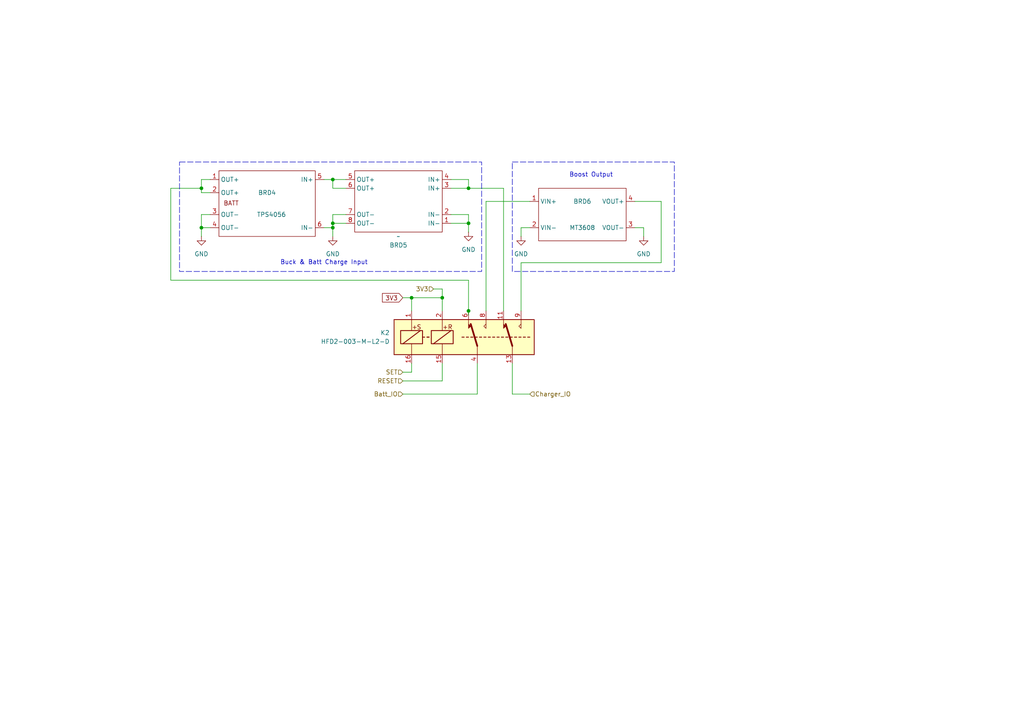
<source format=kicad_sch>
(kicad_sch (version 20250114) (generator "eeschema") (generator_version "9.0")
  (paper "A4")
  (lib_symbols
    (symbol "power:GND" (power) (pin_numbers (hide yes)) (pin_names (offset 0) (hide yes))
      (property "Value" "GND" (at 0 -3.81 0))
      (symbol "GND_0_1"
        (polyline (pts (xy 0 0) (xy 0 -1.27) (xy 1.27 -1.27) (xy 0 -2.54) (xy -1.27 -1.27) (xy 0 -1.27)))
      )
      (symbol "GND_1_1"
        (pin power_in line (at 0 0 270) (length 0) (name "~") (number "1"))
      )
    )
    (symbol "stimatofali:HFD2/003-M-L2-D" (in_bom no)
      (property "Reference" "K" (at -1.27 -2.794 0))
      (property "Value" "HFD2-003-M-L2-D" (at 0.254 19.304 0))
      (symbol "HFD2/003-M-L2-D_1_1"
        (rectangle (start -20.32 5.08) (end 20.32 -5.08) (stroke (width 0.254)) (fill (type background)))
        (rectangle (start -18.415 1.905) (end -12.065 -1.905) (stroke (width 0.254)))
        (polyline (pts (xy -17.78 -1.905) (xy -12.7 1.905)) (stroke (width 0.254)))
        (polyline (pts (xy -15.24 5.08) (xy -15.24 1.905)))
        (polyline (pts (xy -15.24 -5.08) (xy -15.24 -1.905)))
        (polyline (pts (xy -12.065 0) (xy -11.43 0)) (stroke (width 0.254)))
        (polyline (pts (xy -10.795 0) (xy -10.16 0)) (stroke (width 0.254)))
        (polyline (pts (xy -10.795 0) (xy -10.16 0)) (stroke (width 0.254)))
        (rectangle (start -9.525 1.905) (end -3.175 -1.905) (stroke (width 0.254)))
        (polyline (pts (xy -8.89 -1.905) (xy -3.81 1.905)) (stroke (width 0.254)))
        (polyline (pts (xy -6.35 5.08) (xy -6.35 1.905)))
        (polyline (pts (xy -6.35 -5.08) (xy -6.35 -1.905)))
        (polyline (pts (xy -0.635 0) (xy 0 0)) (stroke (width 0.254)))
        (polyline (pts (xy 0.635 0) (xy 1.27 0)) (stroke (width 0.254)))
        (polyline (pts (xy 1.27 5.08) (xy 1.27 2.54) (xy 1.905 3.175) (xy 1.27 3.81)) (fill (type outline)))
        (polyline (pts (xy 1.905 0) (xy 2.54 0)) (stroke (width 0.254)))
        (polyline (pts (xy 3.175 0) (xy 3.81 0)) (stroke (width 0.254)))
        (polyline (pts (xy 3.81 -2.54) (xy 1.905 3.81)) (stroke (width 0.508)))
        (polyline (pts (xy 3.81 -2.54) (xy 3.81 -5.08)))
        (polyline (pts (xy 4.445 0) (xy 5.08 0)) (stroke (width 0.254)))
        (polyline (pts (xy 5.715 0) (xy 6.35 0)) (stroke (width 0.254)))
        (polyline (pts (xy 6.35 5.08) (xy 6.35 2.54) (xy 5.715 3.175) (xy 6.35 3.81)))
        (polyline (pts (xy 6.985 0) (xy 7.62 0)) (stroke (width 0.254)))
        (polyline (pts (xy 8.255 0) (xy 8.89 0)) (stroke (width 0.254)))
        (polyline (pts (xy 9.525 0) (xy 10.16 0)) (stroke (width 0.254)))
        (polyline (pts (xy 10.795 0) (xy 11.43 0)) (stroke (width 0.254)))
        (polyline (pts (xy 11.43 5.08) (xy 11.43 2.54) (xy 12.065 3.175) (xy 11.43 3.81)) (fill (type outline)))
        (polyline (pts (xy 12.065 0) (xy 12.7 0)) (stroke (width 0.254)))
        (polyline (pts (xy 13.335 0) (xy 13.97 0)) (stroke (width 0.254)))
        (polyline (pts (xy 13.97 -2.54) (xy 12.065 3.81)) (stroke (width 0.508)))
        (polyline (pts (xy 13.97 -2.54) (xy 13.97 -5.08)))
        (polyline (pts (xy 14.605 0) (xy 15.24 0)) (stroke (width 0.254)))
        (polyline (pts (xy 15.875 0) (xy 16.51 0)) (stroke (width 0.254)))
        (polyline (pts (xy 16.51 5.08) (xy 16.51 2.54) (xy 15.875 3.175) (xy 16.51 3.81)))
        (polyline (pts (xy 17.145 0) (xy 17.78 0)) (stroke (width 0.254)))
        (polyline (pts (xy 18.415 0) (xy 19.05 0)) (stroke (width 0.254)))
        (text "+" (at -14.351 2.921 0) (effects (font (size 1.27 1.27))))
        (text "S" (at -13.081 2.921 0) (effects (font (size 1.27 1.27))))
        (text "+" (at -5.461 2.921 0) (effects (font (size 1.27 1.27))))
        (text "R" (at -4.064 2.921 0) (effects (font (size 1.27 1.27))))
        (pin passive line (at -15.24 7.62 270) (length 2.54) (name "~") (number "1"))
        (pin passive line (at -15.24 -7.62 90) (length 2.54) (name "~") (number "16"))
        (pin passive line (at -6.35 7.62 270) (length 2.54) (name "~") (number "2"))
        (pin passive line (at -6.35 -7.62 90) (length 2.54) (name "~") (number "15"))
        (pin passive line (at 1.27 7.62 270) (length 2.54) (name "~") (number "6"))
        (pin passive line (at 3.81 -7.62 90) (length 2.54) (name "~") (number "4"))
        (pin passive line (at 6.35 7.62 270) (length 2.54) (name "~") (number "8"))
        (pin passive line (at 11.43 7.62 270) (length 2.54) (name "~") (number "11"))
        (pin passive line (at 13.97 -7.62 90) (length 2.54) (name "~") (number "13"))
        (pin passive line (at 16.51 7.62 270) (length 2.54) (name "~") (number "9"))
      )
    )
    (symbol "stimatofali:MP1584"
      (property "Reference" "BRD" (at 0 0 0))
      (symbol "MP1584_0_1"
        (rectangle (start -12.7 8.89) (end 12.7 -8.89))
      )
      (symbol "MP1584_1_1"
        (pin input line (at -15.24 6.35 0) (length 2.54) (name "IN-") (number "1"))
        (pin input line (at -15.24 3.81 0) (length 2.54) (name "IN-") (number "2"))
        (pin input line (at -15.24 -3.81 0) (length 2.54) (name "IN+") (number "3"))
        (pin input line (at -15.24 -6.35 0) (length 2.54) (name "IN+") (number "4"))
        (pin input line (at 15.24 6.35 180) (length 2.54) (name "OUT-") (number "8"))
        (pin input line (at 15.24 3.81 180) (length 2.54) (name "OUT-") (number "7"))
        (pin output line (at 15.24 -3.81 180) (length 2.54) (name "OUT+") (number "6"))
        (pin output line (at 15.24 -6.35 180) (length 2.54) (name "OUT+") (number "5"))
      )
    )
    (symbol "stimatofali:MT3608 Boost"
      (property "Reference" "BRD" (at 0 0 0))
      (property "Value" "MT3608" (at 0 3.302 0))
      (symbol "MT3608 Boost_0_1"
        (rectangle (start -12.7 7.62) (end 12.7 -7.62))
      )
      (symbol "MT3608 Boost_1_1"
        (pin output line (at -15.24 3.81 0) (length 2.54) (name "VOUT+") (number "4"))
        (pin output line (at -15.24 -3.81 0) (length 2.54) (name "VOUT-") (number "3"))
        (pin input line (at 15.24 3.81 180) (length 2.54) (name "VIN+") (number "1"))
        (pin output line (at 15.24 -3.81 180) (length 2.54) (name "VIN-") (number "2"))
      )
    )
    (symbol "stimatofali:TP4056"
      (property "Reference" "BRD" (at 0 0 0))
      (property "Value" "TPS4056" (at 0 5.334 0))
      (symbol "TP4056_0_1"
        (rectangle (start -13.97 8.89) (end 13.97 -10.16))
      )
      (symbol "TP4056_1_1"
        (text "BATT" (at -10.414 -0.508 0) (effects (font (size 1.27 1.27))))
        (pin output line (at -16.51 6.35 0) (length 2.54) (name "OUT+") (number "1"))
        (pin output line (at -16.51 2.54 0) (length 2.54) (name "OUT+") (number "2"))
        (pin output line (at -16.51 -3.81 0) (length 2.54) (name "OUT-") (number "3"))
        (pin output line (at -16.51 -7.62 0) (length 2.54) (name "OUT-") (number "4"))
        (pin output line (at 16.51 6.35 180) (length 2.54) (name "IN+") (number "5"))
        (pin output line (at 16.51 -7.62 180) (length 2.54) (name "IN-") (number "6"))
      )
    )
  )
  (rectangle (start 148.59 46.99) (end 195.58 78.74) (stroke (width 0) (type dash)))
  (rectangle (start 52.07 46.99) (end 139.7 78.74) (stroke (width 0) (type dash)))
  (text "Boost Output" (at 171.45 50.8 0) (effects (font (size 1.27 1.27))))
  (text "Buck & Batt Charge Input" (at 93.98 76.2 0) (effects (font (size 1.27 1.27))))
  (junction (at 96.52 52.07))
  (junction (at 58.42 66.04))
  (junction (at 128.27 86.36))
  (junction (at 58.42 54.61))
  (junction (at 135.89 90.17))
  (junction (at 135.89 64.77))
  (junction (at 96.52 64.77))
  (junction (at 119.38 86.36))
  (junction (at 135.89 54.61))
  (junction (at 96.52 66.04))
  (wire (pts (xy 49.53 81.28) (xy 49.53 54.61)))
  (wire (pts (xy 184.15 66.04) (xy 186.69 66.04)))
  (wire (pts (xy 96.52 64.77) (xy 100.33 64.77)))
  (wire (pts (xy 135.89 67.31) (xy 135.89 64.77)))
  (wire (pts (xy 135.89 62.23) (xy 130.81 62.23)))
  (wire (pts (xy 96.52 62.23) (xy 100.33 62.23)))
  (wire (pts (xy 58.42 62.23) (xy 58.42 66.04)))
  (wire (pts (xy 148.59 114.3) (xy 153.67 114.3)))
  (wire (pts (xy 135.89 81.28) (xy 49.53 81.28)))
  (wire (pts (xy 119.38 107.95) (xy 119.38 105.41)))
  (wire (pts (xy 151.13 66.04) (xy 153.67 66.04)))
  (wire (pts (xy 146.05 90.17) (xy 146.05 54.61)))
  (wire (pts (xy 96.52 52.07) (xy 100.33 52.07)))
  (wire (pts (xy 96.52 68.58) (xy 96.52 66.04)))
  (wire (pts (xy 128.27 86.36) (xy 119.38 86.36)))
  (wire (pts (xy 58.42 55.88) (xy 60.96 55.88)))
  (wire (pts (xy 135.89 90.17) (xy 135.89 81.28)))
  (wire (pts (xy 58.42 66.04) (xy 60.96 66.04)))
  (wire (pts (xy 119.38 86.36) (xy 119.38 90.17)))
  (wire (pts (xy 186.69 66.04) (xy 186.69 68.58)))
  (wire (pts (xy 96.52 64.77) (xy 96.52 66.04)))
  (wire (pts (xy 49.53 54.61) (xy 58.42 54.61)))
  (wire (pts (xy 93.98 66.04) (xy 96.52 66.04)))
  (wire (pts (xy 140.97 58.42) (xy 153.67 58.42)))
  (wire (pts (xy 96.52 54.61) (xy 100.33 54.61)))
  (wire (pts (xy 191.77 76.2) (xy 151.13 76.2)))
  (wire (pts (xy 130.81 52.07) (xy 135.89 52.07)))
  (wire (pts (xy 140.97 90.17) (xy 140.97 58.42)))
  (wire (pts (xy 60.96 52.07) (xy 58.42 52.07)))
  (wire (pts (xy 128.27 83.82) (xy 128.27 86.36)))
  (wire (pts (xy 130.81 64.77) (xy 135.89 64.77)))
  (wire (pts (xy 60.96 62.23) (xy 58.42 62.23)))
  (wire (pts (xy 93.98 52.07) (xy 96.52 52.07)))
  (wire (pts (xy 128.27 110.49) (xy 128.27 105.41)))
  (wire (pts (xy 58.42 68.58) (xy 58.42 66.04)))
  (wire (pts (xy 151.13 68.58) (xy 151.13 66.04)))
  (wire (pts (xy 128.27 90.17) (xy 128.27 86.36)))
  (wire (pts (xy 135.89 91.44) (xy 135.89 90.17)))
  (wire (pts (xy 116.84 114.3) (xy 138.43 114.3)))
  (wire (pts (xy 58.42 54.61) (xy 58.42 55.88)))
  (wire (pts (xy 191.77 58.42) (xy 184.15 58.42)))
  (wire (pts (xy 191.77 58.42) (xy 191.77 76.2)))
  (wire (pts (xy 135.89 54.61) (xy 130.81 54.61)))
  (wire (pts (xy 146.05 54.61) (xy 135.89 54.61)))
  (wire (pts (xy 58.42 52.07) (xy 58.42 54.61)))
  (wire (pts (xy 116.84 110.49) (xy 128.27 110.49)))
  (wire (pts (xy 148.59 105.41) (xy 148.59 114.3)))
  (wire (pts (xy 116.84 107.95) (xy 119.38 107.95)))
  (wire (pts (xy 135.89 52.07) (xy 135.89 54.61)))
  (wire (pts (xy 96.52 52.07) (xy 96.52 54.61)))
  (wire (pts (xy 125.73 83.82) (xy 128.27 83.82)))
  (wire (pts (xy 135.89 64.77) (xy 135.89 62.23)))
  (wire (pts (xy 151.13 76.2) (xy 151.13 90.17)))
  (wire (pts (xy 116.84 86.36) (xy 119.38 86.36)))
  (wire (pts (xy 96.52 62.23) (xy 96.52 64.77)))
  (wire (pts (xy 138.43 114.3) (xy 138.43 105.41)))
  (global_label "3V3" (shape input) (at 116.84 86.36 180) (property "Intersheetrefs" "${INTERSHEET_REFS}" (effects (hide yes))))
  (hierarchical_label "3V3" (shape input) (at 125.73 83.82 180))
  (hierarchical_label "Charger_IO" (shape input) (at 153.67 114.3 0))
  (hierarchical_label "SET" (shape input) (at 116.84 107.95 180))
  (hierarchical_label "Batt_IO" (shape input) (at 116.84 114.3 180))
  (hierarchical_label "RESET" (shape input) (at 116.84 110.49 180))
  (symbol (lib_id "stimatofali:MT3608 Boost") (at 168.91 62.23 0) (mirror y) (unit 1)
    (property "Reference" "BRD3" (at 168.91 58.42 0))
    (property "Value" "MT3608" (at 168.91 66.04 0))
    (property "Footprint" "stimatofali:MT3608 Boost" (effects (hide yes)))
    (instances (project "SolarMonitor_V1" (path "" (reference "BRD6") (unit 1)) (path "" (reference "BRD3") (unit 1))))
  )
  (symbol (lib_id "stimatofali:HFD2/003-M-L2-D") (at 134.62 97.79 0) (unit 1)
    (property "Reference" "K1" (at 113.03 96.5199 0) (effects (justify right)))
    (property "Value" "HFD2-003-M-L2-D" (at 113.03 99.0599 0) (effects (justify right)))
    (property "Footprint" "stimatofali:HFD2 DPDT Relay" (effects (hide yes)))
    (instances (project "SolarMonitor_V1" (path "" (reference "K2") (unit 1)) (path "" (reference "K1") (unit 1))))
  )
  (symbol (lib_id "power:GND") (at 96.52 68.58 0) (unit 1)
    (property "Reference" "#PWR010" (effects (hide yes)))
    (property "Value" "GND" (at 96.52 73.66 0))
    (property "Description" "Power symbol creates a global label with name \"GND\" , ground" (effects (hide yes)))
    (instances (project "SolarMonitor_V1" (path "" (reference "#PWR017") (unit 1)) (path "" (reference "#PWR010") (unit 1))))
  )
  (symbol (lib_id "stimatofali:TP4056") (at 77.47 58.42 0) (unit 1)
    (property "Reference" "BRD1" (at 77.47 55.88 0))
    (property "Value" "TPS4056" (at 78.74 62.23 0))
    (property "Footprint" "stimatofali:TP4056 Battery Charger" (effects (hide yes)))
    (instances (project "SolarMonitor_V1" (path "" (reference "BRD4") (unit 1)) (path "" (reference "BRD1") (unit 1))))
  )
  (symbol (lib_id "power:GND") (at 135.89 67.31 0) (unit 1)
    (property "Reference" "#PWR016" (effects (hide yes)))
    (property "Value" "GND" (at 135.89 72.39 0))
    (property "Description" "Power symbol creates a global label with name \"GND\" , ground" (effects (hide yes)))
    (instances (project "SolarMonitor_V1" (path "" (reference "#PWR021") (unit 1)) (path "" (reference "#PWR016") (unit 1))))
  )
  (symbol (lib_id "power:GND") (at 151.13 68.58 0) (unit 1)
    (property "Reference" "#PWR019" (effects (hide yes)))
    (property "Value" "GND" (at 151.13 73.66 0))
    (property "Description" "Power symbol creates a global label with name \"GND\" , ground" (effects (hide yes)))
    (instances (project "SolarMonitor_V1" (path "" (reference "#PWR023") (unit 1)) (path "" (reference "#PWR019") (unit 1))))
  )
  (symbol (lib_id "power:GND") (at 186.69 68.58 0) (unit 1)
    (property "Reference" "#PWR020" (effects (hide yes)))
    (property "Value" "GND" (at 186.69 73.66 0))
    (property "Description" "Power symbol creates a global label with name \"GND\" , ground" (effects (hide yes)))
    (instances (project "SolarMonitor_V1" (path "" (reference "#PWR024") (unit 1)) (path "" (reference "#PWR020") (unit 1))))
  )
  (symbol (lib_id "power:GND") (at 58.42 68.58 0) (unit 1)
    (property "Reference" "#PWR08" (effects (hide yes)))
    (property "Value" "GND" (at 58.42 73.66 0))
    (property "Description" "Power symbol creates a global label with name \"GND\" , ground" (effects (hide yes)))
    (instances (project "SolarMonitor_V1" (path "" (reference "#PWR03") (unit 1)) (path "" (reference "#PWR08") (unit 1))))
  )
  (symbol (lib_id "stimatofali:MP1584") (at 115.57 58.42 180) (unit 1)
    (property "Reference" "BRD2" (at 115.57 71.12 0))
    (property "Value" "~" (at 115.57 68.58 0))
    (property "Footprint" "stimatofali:MP1584" (effects (hide yes)))
    (instances (project "" (path "" (reference "BRD5") (unit 1)) (path "" (reference "BRD2") (unit 1))))
  )
)
</source>
